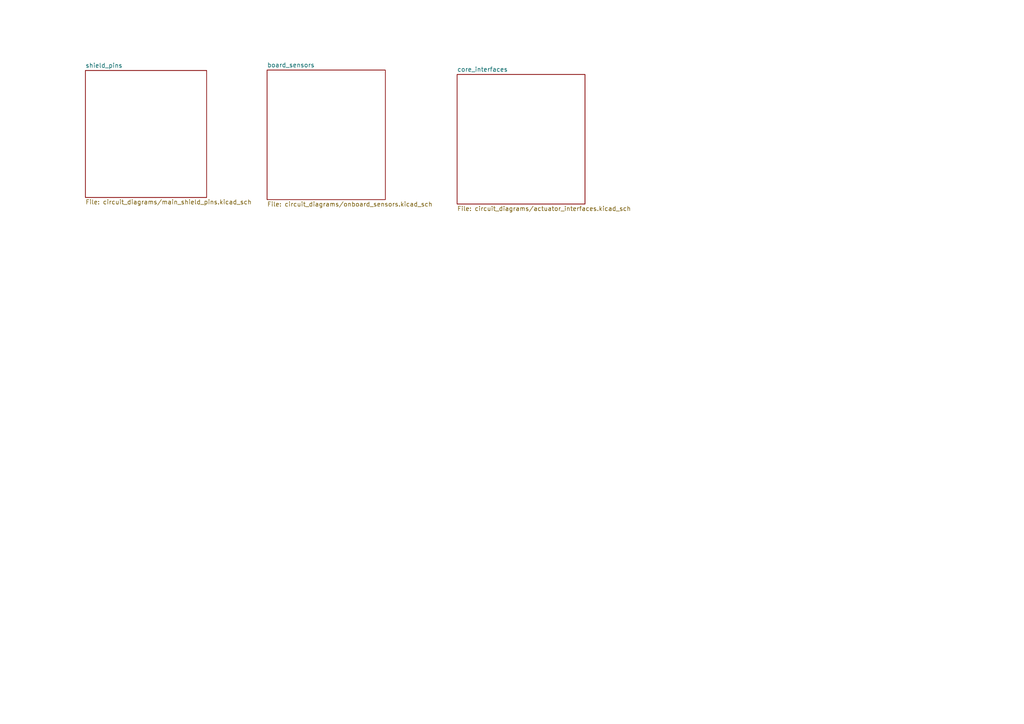
<source format=kicad_sch>
(kicad_sch (version 20230121) (generator eeschema)
  (paper "A4")
  (lib_symbols)
  (sheet (at 24.765 20.447) (size 35.179 36.83)
    (property "Sheetname" "shield_pins" (at 24.765 19.7354 0) (effects (justify left bottom)))
    (property "Sheetfile" "circuit_diagrams/main_shield_pins.kicad_sch" (at 24.765 57.8616 0) (effects (justify left top)))
  )
  (sheet (at 77.47 20.32) (size 34.29 37.592)
    (property "Sheetname" "board_sensors" (at 77.47 19.6084 0) (effects (justify left bottom)))
    (property "Sheetfile" "circuit_diagrams/onboard_sensors.kicad_sch" (at 77.47 58.4966 0) (effects (justify left top)))
  )
  (sheet (at 132.588 21.59) (size 37.084 37.592)
    (property "Sheetname" "core_interfaces" (at 132.588 20.8784 0) (effects (justify left bottom)))
    (property "Sheetfile" "circuit_diagrams/actuator_interfaces.kicad_sch" (at 132.588 59.7666 0) (effects (justify left top)))
  )
)
</source>
